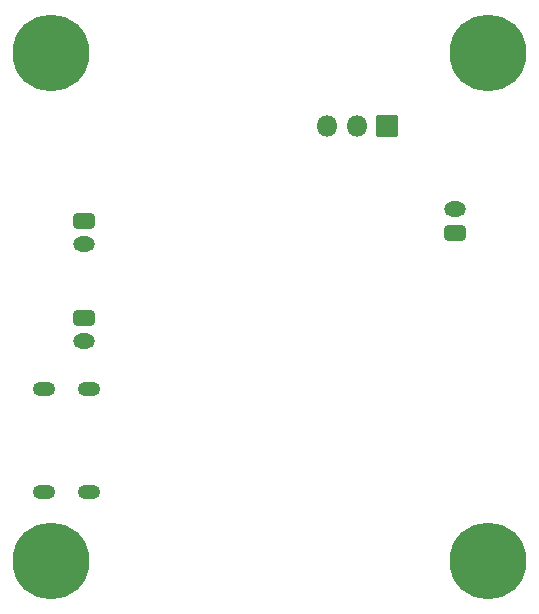
<source format=gbr>
%TF.GenerationSoftware,KiCad,Pcbnew,(6.0.4-0)*%
%TF.CreationDate,2023-08-08T15:54:36-06:00*%
%TF.ProjectId,TPS61165-heater-v8,54505336-3131-4363-952d-686561746572,rev?*%
%TF.SameCoordinates,Original*%
%TF.FileFunction,Soldermask,Bot*%
%TF.FilePolarity,Negative*%
%FSLAX46Y46*%
G04 Gerber Fmt 4.6, Leading zero omitted, Abs format (unit mm)*
G04 Created by KiCad (PCBNEW (6.0.4-0)) date 2023-08-08 15:54:36*
%MOMM*%
%LPD*%
G01*
G04 APERTURE LIST*
G04 Aperture macros list*
%AMRoundRect*
0 Rectangle with rounded corners*
0 $1 Rounding radius*
0 $2 $3 $4 $5 $6 $7 $8 $9 X,Y pos of 4 corners*
0 Add a 4 corners polygon primitive as box body*
4,1,4,$2,$3,$4,$5,$6,$7,$8,$9,$2,$3,0*
0 Add four circle primitives for the rounded corners*
1,1,$1+$1,$2,$3*
1,1,$1+$1,$4,$5*
1,1,$1+$1,$6,$7*
1,1,$1+$1,$8,$9*
0 Add four rect primitives between the rounded corners*
20,1,$1+$1,$2,$3,$4,$5,0*
20,1,$1+$1,$4,$5,$6,$7,0*
20,1,$1+$1,$6,$7,$8,$9,0*
20,1,$1+$1,$8,$9,$2,$3,0*%
G04 Aperture macros list end*
%ADD10RoundRect,0.301000X-0.625000X0.350000X-0.625000X-0.350000X0.625000X-0.350000X0.625000X0.350000X0*%
%ADD11O,1.852000X1.302000*%
%ADD12RoundRect,0.301000X0.625000X-0.350000X0.625000X0.350000X-0.625000X0.350000X-0.625000X-0.350000X0*%
%ADD13O,1.902000X1.202000*%
%ADD14RoundRect,0.051000X-0.850000X0.850000X-0.850000X-0.850000X0.850000X-0.850000X0.850000X0.850000X0*%
%ADD15O,1.802000X1.802000*%
%ADD16C,6.502000*%
%ADD17C,3.702000*%
G04 APERTURE END LIST*
D10*
%TO.C,J2*%
X121800000Y-73400000D03*
D11*
X121800000Y-75400000D03*
%TD*%
D12*
%TO.C,J5*%
X153150000Y-66200000D03*
D11*
X153150000Y-64200000D03*
%TD*%
D13*
%TO.C,J1*%
X122214000Y-88120000D03*
X118414000Y-88120000D03*
X122214000Y-79480000D03*
X118414000Y-79480000D03*
%TD*%
D14*
%TO.C,J4*%
X147400000Y-57200000D03*
D15*
X144860000Y-57200000D03*
X142320000Y-57200000D03*
%TD*%
D10*
%TO.C,J3*%
X121800000Y-65200000D03*
D11*
X121800000Y-67200000D03*
%TD*%
D16*
%TO.C,H4*%
X119000000Y-94000000D03*
D17*
X119000000Y-94000000D03*
%TD*%
%TO.C,H3*%
X156000000Y-94000000D03*
D16*
X156000000Y-94000000D03*
%TD*%
D17*
%TO.C,H2*%
X156000000Y-51000000D03*
D16*
X156000000Y-51000000D03*
%TD*%
D17*
%TO.C,H1*%
X119000000Y-51000000D03*
D16*
X119000000Y-51000000D03*
%TD*%
M02*

</source>
